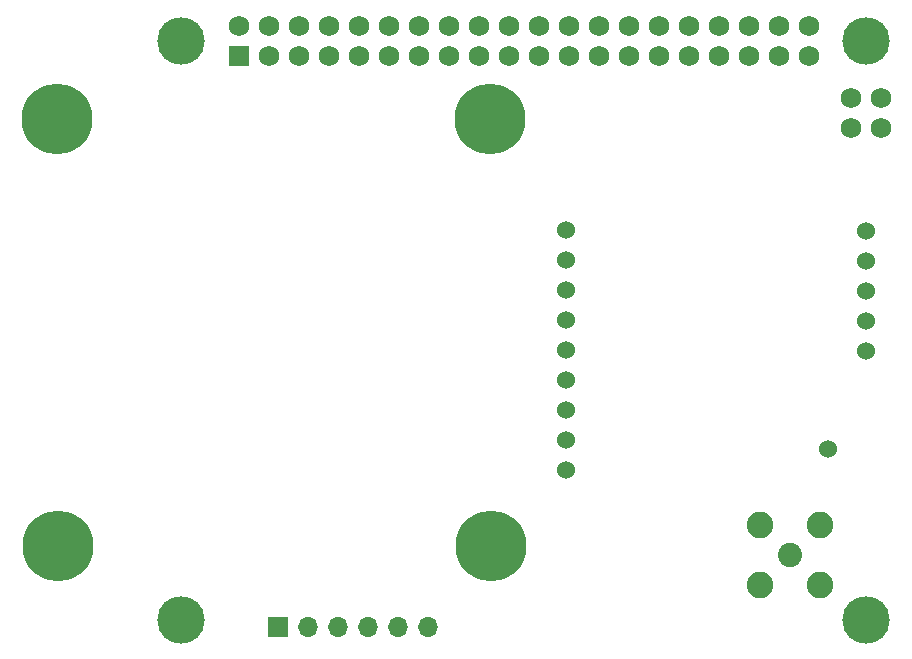
<source format=gbs>
%TF.GenerationSoftware,KiCad,Pcbnew,7.0.6-0*%
%TF.CreationDate,2024-03-05T22:32:30-08:00*%
%TF.ProjectId,New Groundstation,4e657720-4772-46f7-956e-647374617469,rev?*%
%TF.SameCoordinates,Original*%
%TF.FileFunction,Soldermask,Bot*%
%TF.FilePolarity,Negative*%
%FSLAX46Y46*%
G04 Gerber Fmt 4.6, Leading zero omitted, Abs format (unit mm)*
G04 Created by KiCad (PCBNEW 7.0.6-0) date 2024-03-05 22:32:30*
%MOMM*%
%LPD*%
G01*
G04 APERTURE LIST*
G04 Aperture macros list*
%AMRoundRect*
0 Rectangle with rounded corners*
0 $1 Rounding radius*
0 $2 $3 $4 $5 $6 $7 $8 $9 X,Y pos of 4 corners*
0 Add a 4 corners polygon primitive as box body*
4,1,4,$2,$3,$4,$5,$6,$7,$8,$9,$2,$3,0*
0 Add four circle primitives for the rounded corners*
1,1,$1+$1,$2,$3*
1,1,$1+$1,$4,$5*
1,1,$1+$1,$6,$7*
1,1,$1+$1,$8,$9*
0 Add four rect primitives between the rounded corners*
20,1,$1+$1,$2,$3,$4,$5,0*
20,1,$1+$1,$4,$5,$6,$7,0*
20,1,$1+$1,$6,$7,$8,$9,0*
20,1,$1+$1,$8,$9,$2,$3,0*%
G04 Aperture macros list end*
%ADD10RoundRect,0.102000X-0.762000X-0.762000X0.762000X-0.762000X0.762000X0.762000X-0.762000X0.762000X0*%
%ADD11C,1.728000*%
%ADD12C,4.016400*%
%ADD13C,6.000000*%
%ADD14C,1.524000*%
%ADD15C,2.050000*%
%ADD16C,2.250000*%
%ADD17R,1.700000X1.700000*%
%ADD18O,1.700000X1.700000*%
G04 APERTURE END LIST*
D10*
%TO.C,U2*%
X116223937Y-73469886D03*
D11*
X116223937Y-70929886D03*
X118763937Y-73469886D03*
X118763937Y-70929886D03*
X121303937Y-73469886D03*
X121303937Y-70929886D03*
X123843937Y-73469886D03*
X123843937Y-70929886D03*
X126383937Y-73469886D03*
X126383937Y-70929886D03*
X128923937Y-73469886D03*
X128923937Y-70929886D03*
X131463937Y-73469886D03*
X131463937Y-70929886D03*
X134003937Y-73469886D03*
X134003937Y-70929886D03*
X136543937Y-73469886D03*
X136543937Y-70929886D03*
X139083937Y-73469886D03*
X139083937Y-70929886D03*
X141623937Y-73469886D03*
X141623937Y-70929886D03*
X144163937Y-73469886D03*
X144163937Y-70929886D03*
X146703937Y-73469886D03*
X146703937Y-70929886D03*
X149243937Y-73469886D03*
X149243937Y-70929886D03*
X151783937Y-73469886D03*
X151783937Y-70929886D03*
X154323937Y-73469886D03*
X154323937Y-70929886D03*
X156863937Y-73469886D03*
X156863937Y-70929886D03*
X159403937Y-73469886D03*
X159403937Y-70929886D03*
X161943937Y-73469886D03*
X161943937Y-70929886D03*
X164483937Y-73469886D03*
X164483937Y-70929886D03*
X170583937Y-79592886D03*
X170583937Y-77052886D03*
X168043937Y-79592886D03*
X168043937Y-77052886D03*
D12*
X111353937Y-72199886D03*
X169353937Y-72199886D03*
X169353937Y-121199886D03*
X111353937Y-121199886D03*
%TD*%
D13*
%TO.C,U1*%
X100853937Y-78835000D03*
X100953937Y-114935000D03*
X137503937Y-78835000D03*
X137603937Y-114935000D03*
%TD*%
D14*
%TO.C,RMF96W1*%
X143974575Y-88237234D03*
X143974575Y-90777234D03*
X143974575Y-93317234D03*
X143974575Y-95857234D03*
X143974575Y-98397234D03*
X143974575Y-100937234D03*
X143974575Y-103477234D03*
X143974575Y-106017234D03*
X143974575Y-108557234D03*
X169361899Y-88289567D03*
X169361899Y-90829567D03*
X169361899Y-93369567D03*
X169361899Y-95909567D03*
X169361899Y-98449567D03*
X166085299Y-106780767D03*
%TD*%
D15*
%TO.C,J1*%
X162876937Y-115697000D03*
D16*
X160336937Y-113157000D03*
X160336937Y-118237000D03*
X165416937Y-113157000D03*
X165416937Y-118237000D03*
%TD*%
D17*
%TO.C,J2*%
X119569937Y-121793000D03*
D18*
X122109937Y-121793000D03*
X124649937Y-121793000D03*
X127189937Y-121793000D03*
X129729937Y-121793000D03*
X132269937Y-121793000D03*
%TD*%
M02*

</source>
